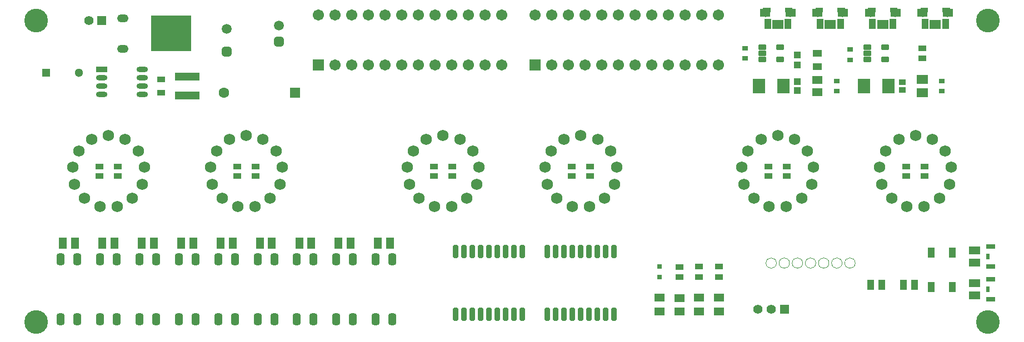
<source format=gts>
G04*
G04 #@! TF.GenerationSoftware,Altium Limited,Altium Designer,25.5.2 (35)*
G04*
G04 Layer_Color=8388736*
%FSLAX44Y44*%
%MOMM*%
G71*
G04*
G04 #@! TF.SameCoordinates,D9E2C172-A1AF-44C0-98D0-4809437D878E*
G04*
G04*
G04 #@! TF.FilePolarity,Negative*
G04*
G01*
G75*
%ADD17R,1.5700X1.2500*%
%ADD18R,1.8000X1.3500*%
%ADD19R,1.0000X1.5000*%
%ADD20R,1.0000X1.5000*%
%ADD21R,1.0000X1.5000*%
%ADD28R,1.2621X0.8581*%
%ADD32R,1.2000X0.9000*%
%ADD33R,1.0000X1.5500*%
%ADD34R,1.2621X0.9546*%
%ADD35R,1.5562X1.2552*%
%ADD39R,1.4000X0.8000*%
%ADD40R,0.6000X0.9000*%
%ADD41R,0.7000X0.7000*%
%ADD42R,0.9000X0.7500*%
%ADD45R,1.2062X0.9562*%
%ADD49R,1.8545X2.2860*%
%ADD50R,1.3500X1.0000*%
%ADD52R,3.7000X1.2000*%
%ADD54C,0.0000*%
G04:AMPARAMS|DCode=55|XSize=1.8032mm|YSize=1.2032mm|CornerRadius=0.3516mm|HoleSize=0mm|Usage=FLASHONLY|Rotation=270.000|XOffset=0mm|YOffset=0mm|HoleType=Round|Shape=RoundedRectangle|*
%AMROUNDEDRECTD55*
21,1,1.8032,0.5000,0,0,270.0*
21,1,1.1000,1.2032,0,0,270.0*
1,1,0.7032,-0.2500,-0.5500*
1,1,0.7032,-0.2500,0.5500*
1,1,0.7032,0.2500,0.5500*
1,1,0.7032,0.2500,-0.5500*
%
%ADD55ROUNDEDRECTD55*%
%ADD56R,1.7032X1.4532*%
G04:AMPARAMS|DCode=57|XSize=0.8032mm|YSize=1.2032mm|CornerRadius=0.1526mm|HoleSize=0mm|Usage=FLASHONLY|Rotation=90.000|XOffset=0mm|YOffset=0mm|HoleType=Round|Shape=RoundedRectangle|*
%AMROUNDEDRECTD57*
21,1,0.8032,0.8980,0,0,90.0*
21,1,0.4980,1.2032,0,0,90.0*
1,1,0.3052,0.4490,0.2490*
1,1,0.3052,0.4490,-0.2490*
1,1,0.3052,-0.4490,-0.2490*
1,1,0.3052,-0.4490,0.2490*
%
%ADD57ROUNDEDRECTD57*%
%ADD58R,1.1032X0.9532*%
%ADD59R,1.6532X1.2532*%
%ADD60O,1.7272X0.8128*%
%ADD61R,1.7272X0.8128*%
%ADD62R,1.0032X1.0032*%
%ADD63R,1.0532X1.0032*%
%ADD64R,1.2532X1.6532*%
%ADD65R,1.0532X1.5032*%
G04:AMPARAMS|DCode=66|XSize=1.9732mm|YSize=0.7932mm|CornerRadius=0.1754mm|HoleSize=0mm|Usage=FLASHONLY|Rotation=270.000|XOffset=0mm|YOffset=0mm|HoleType=Round|Shape=RoundedRectangle|*
%AMROUNDEDRECTD66*
21,1,1.9732,0.4425,0,0,270.0*
21,1,1.6225,0.7932,0,0,270.0*
1,1,0.3507,-0.2213,-0.8113*
1,1,0.3507,-0.2213,0.8113*
1,1,0.3507,0.2213,0.8113*
1,1,0.3507,0.2213,-0.8113*
%
%ADD66ROUNDEDRECTD66*%
%ADD67R,1.5532X1.2032*%
G04:AMPARAMS|DCode=68|XSize=1.2032mm|YSize=1.7282mm|CornerRadius=0.6016mm|HoleSize=0mm|Usage=FLASHONLY|Rotation=90.000|XOffset=0mm|YOffset=0mm|HoleType=Round|Shape=RoundedRectangle|*
%AMROUNDEDRECTD68*
21,1,1.2032,0.5250,0,0,90.0*
21,1,0.0000,1.7282,0,0,90.0*
1,1,1.2032,0.2625,0.0000*
1,1,1.2032,0.2625,0.0000*
1,1,1.2032,-0.2625,0.0000*
1,1,1.2032,-0.2625,0.0000*
%
%ADD68ROUNDEDRECTD68*%
%ADD69R,6.2032X5.5032*%
%ADD70C,1.3900*%
%ADD71R,1.3900X1.3900*%
%ADD72C,1.7272*%
%ADD73C,3.6032*%
%ADD74C,1.3000*%
%ADD75R,1.3000X1.3000*%
%ADD76C,1.7032*%
%ADD77R,1.7032X1.7032*%
G04:AMPARAMS|DCode=78|XSize=1.5032mm|YSize=1.5032mm|CornerRadius=0.4266mm|HoleSize=0mm|Usage=FLASHONLY|Rotation=270.000|XOffset=0mm|YOffset=0mm|HoleType=Round|Shape=RoundedRectangle|*
%AMROUNDEDRECTD78*
21,1,1.5032,0.6500,0,0,270.0*
21,1,0.6500,1.5032,0,0,270.0*
1,1,0.8532,-0.3250,-0.3250*
1,1,0.8532,-0.3250,0.3250*
1,1,0.8532,0.3250,0.3250*
1,1,0.8532,0.3250,-0.3250*
%
%ADD78ROUNDEDRECTD78*%
%ADD79C,1.5032*%
%ADD80R,1.6000X1.6000*%
%ADD81C,1.6000*%
%ADD82C,0.8000*%
G36*
X1189000Y702500D02*
X1185500D01*
X1185500Y699500D01*
X1185500Y698704D01*
X1184891Y697234D01*
X1183766Y696109D01*
X1182296Y695500D01*
X1181500Y695500D01*
X1177500Y695500D01*
Y709000D01*
X1189000D01*
Y702500D01*
D02*
G37*
G36*
X1222500Y695500D02*
X1218500Y695500D01*
X1217704Y695500D01*
X1216234Y696109D01*
X1215109Y697234D01*
X1214500Y698704D01*
X1214500Y699500D01*
Y702500D01*
X1211000D01*
Y709000D01*
X1222500D01*
Y695500D01*
D02*
G37*
G36*
X1269000Y702500D02*
X1265500D01*
X1265500Y699500D01*
X1265500Y698704D01*
X1264891Y697234D01*
X1263766Y696109D01*
X1262296Y695500D01*
X1261500Y695500D01*
X1257500Y695500D01*
Y709000D01*
X1269000D01*
Y702500D01*
D02*
G37*
G36*
X1302500Y695500D02*
X1298500Y695500D01*
X1297704Y695500D01*
X1296234Y696109D01*
X1295109Y697234D01*
X1294500Y698704D01*
X1294500Y699500D01*
Y702500D01*
X1291000D01*
Y709000D01*
X1302500D01*
Y695500D01*
D02*
G37*
G36*
X1349000Y702500D02*
X1345500D01*
X1345500Y699500D01*
X1345500Y698704D01*
X1344891Y697234D01*
X1343766Y696109D01*
X1342296Y695500D01*
X1341500Y695500D01*
X1337500Y695500D01*
Y709000D01*
X1349000D01*
Y702500D01*
D02*
G37*
G36*
X1382500Y695500D02*
X1378500Y695500D01*
X1377704Y695500D01*
X1376234Y696109D01*
X1375109Y697234D01*
X1374500Y698704D01*
X1374500Y699500D01*
Y702500D01*
X1371000D01*
Y709000D01*
X1382500D01*
Y695500D01*
D02*
G37*
G36*
X1429000Y702500D02*
X1425500D01*
X1425500Y699500D01*
X1425500Y698704D01*
X1424891Y697234D01*
X1423766Y696109D01*
X1422296Y695500D01*
X1421500Y695500D01*
X1417500Y695500D01*
Y709000D01*
X1429000D01*
Y702500D01*
D02*
G37*
G36*
X1462500Y695500D02*
X1458500Y695500D01*
X1457704Y695500D01*
X1456234Y696109D01*
X1455109Y697234D01*
X1454500Y698704D01*
X1454500Y699500D01*
Y702500D01*
X1451000D01*
Y709000D01*
X1462500D01*
Y695500D01*
D02*
G37*
%LPC*%
G36*
X1181500Y695500D02*
X1181500D01*
D01*
X1181500D01*
D02*
G37*
G36*
X1261500D02*
X1261500D01*
D01*
X1261500D01*
D02*
G37*
G36*
X1341500D02*
X1341500D01*
D01*
X1341500D01*
D02*
G37*
G36*
X1421500D02*
X1421500D01*
D01*
X1421500D01*
D02*
G37*
%LPD*%
G36*
X1349000Y702500D02*
X1345500D01*
X1345500Y699500D01*
X1345500Y698704D01*
X1344891Y697234D01*
X1343766Y696109D01*
X1342296Y695500D01*
X1341500D01*
X1337500D01*
Y709000D01*
X1349000D01*
Y702500D01*
D02*
G37*
%LPC*%
G36*
X1341500Y695500D02*
X1341500D01*
Y695500D01*
X1341500Y695500D01*
D02*
G37*
%LPD*%
G36*
X1382500Y695500D02*
X1378500Y695500D01*
X1377704Y695500D01*
X1376234Y696109D01*
X1375109Y697234D01*
X1374500Y698704D01*
X1374500Y699500D01*
Y702500D01*
X1371000D01*
Y709000D01*
X1382500D01*
Y695500D01*
D02*
G37*
G36*
X1302500D02*
X1298500Y695500D01*
X1297704Y695500D01*
X1296234Y696109D01*
X1295109Y697234D01*
X1294500Y698704D01*
X1294500Y699500D01*
Y702500D01*
X1291000D01*
Y709000D01*
X1302500D01*
Y695500D01*
D02*
G37*
G36*
X1269000Y702500D02*
X1265500D01*
X1265500Y699500D01*
X1265500Y698704D01*
X1264891Y697234D01*
X1263766Y696109D01*
X1262296Y695500D01*
X1261500D01*
X1257500D01*
Y709000D01*
X1269000D01*
Y702500D01*
D02*
G37*
%LPC*%
G36*
X1261500Y695500D02*
X1261500D01*
Y695500D01*
X1261500Y695500D01*
D02*
G37*
%LPD*%
G36*
X1189000Y702500D02*
X1185500D01*
X1185500Y699500D01*
X1185500Y698704D01*
X1184891Y697234D01*
X1183766Y696109D01*
X1182296Y695500D01*
X1181500D01*
X1177500D01*
Y709000D01*
X1189000D01*
Y702500D01*
D02*
G37*
%LPC*%
G36*
X1181500Y695500D02*
X1181500D01*
Y695500D01*
X1181500Y695500D01*
D02*
G37*
%LPD*%
G36*
X1222500Y695500D02*
X1218500Y695500D01*
X1217704Y695500D01*
X1216234Y696109D01*
X1215109Y697234D01*
X1214500Y698704D01*
X1214500Y699500D01*
Y702500D01*
X1211000D01*
Y709000D01*
X1222500D01*
Y695500D01*
D02*
G37*
G36*
X1462500D02*
X1458500Y695500D01*
X1457704Y695500D01*
X1456234Y696109D01*
X1455109Y697234D01*
X1454500Y698704D01*
X1454500Y699500D01*
Y702500D01*
X1451000D01*
Y709000D01*
X1462500D01*
Y695500D01*
D02*
G37*
G36*
X1429000Y702500D02*
X1425500D01*
X1425500Y699500D01*
X1425500Y698704D01*
X1424891Y697234D01*
X1423766Y696109D01*
X1422296Y695500D01*
X1421500D01*
X1417500D01*
Y709000D01*
X1429000D01*
Y702500D01*
D02*
G37*
%LPC*%
G36*
X1421500Y695500D02*
X1421500D01*
Y695500D01*
X1421500Y695500D01*
D02*
G37*
%LPD*%
D17*
X1379347Y701252D02*
D03*
X1340652Y701251D02*
D03*
X1299346Y701252D02*
D03*
X1260652Y701251D02*
D03*
X1180651Y701249D02*
D03*
X1219348Y701248D02*
D03*
X1459346Y701251D02*
D03*
X1420650Y701250D02*
D03*
D18*
X1359998Y683750D02*
D03*
X1279998Y683750D02*
D03*
X1199998Y683750D02*
D03*
X1439999Y683750D02*
D03*
D19*
X1344500Y684500D02*
D03*
X1215499Y684501D02*
D03*
X1424500Y684500D02*
D03*
D20*
X1375498Y684502D02*
D03*
X1295497Y684503D02*
D03*
X1184501Y684500D02*
D03*
X1455499Y684501D02*
D03*
D21*
X1264500Y684500D02*
D03*
D28*
X1420013Y632121D02*
D03*
Y647661D02*
D03*
D32*
X914013Y452640D02*
D03*
X704013D02*
D03*
X404013D02*
D03*
X194013D02*
D03*
X1214013D02*
D03*
X1424013D02*
D03*
X1396013D02*
D03*
Y467141D02*
D03*
X1424013D02*
D03*
X1186013Y452640D02*
D03*
Y467141D02*
D03*
X1214013D02*
D03*
X166013Y452640D02*
D03*
Y467141D02*
D03*
X194013D02*
D03*
X376013Y452640D02*
D03*
Y467141D02*
D03*
X404013D02*
D03*
X676013Y452640D02*
D03*
Y467141D02*
D03*
X704013D02*
D03*
X886013Y452640D02*
D03*
Y467141D02*
D03*
X914013D02*
D03*
D33*
X1466013Y336141D02*
D03*
Y283640D02*
D03*
X1434013D02*
D03*
Y336141D02*
D03*
D34*
X1110013Y298959D02*
D03*
Y314474D02*
D03*
X1080013Y298959D02*
D03*
Y314474D02*
D03*
X1050013Y298704D02*
D03*
Y314219D02*
D03*
D35*
X1080013Y266971D02*
D03*
Y246462D02*
D03*
X1110013Y266971D02*
D03*
Y246462D02*
D03*
X1050013Y266716D02*
D03*
Y246207D02*
D03*
X1020013Y246462D02*
D03*
Y266971D02*
D03*
D39*
X1524013Y264891D02*
D03*
Y294890D02*
D03*
Y314891D02*
D03*
Y344891D02*
D03*
D40*
X1520013Y279891D02*
D03*
Y329891D02*
D03*
D41*
X1020013Y314716D02*
D03*
Y298717D02*
D03*
D42*
X1150013Y632141D02*
D03*
Y647641D02*
D03*
X1310013Y629891D02*
D03*
Y645391D02*
D03*
X1450013Y582141D02*
D03*
Y597641D02*
D03*
X1290013Y582141D02*
D03*
Y597641D02*
D03*
D45*
X260013Y579641D02*
D03*
Y600141D02*
D03*
D49*
X1171090Y589891D02*
D03*
X1208935D02*
D03*
X1368935D02*
D03*
X1331090D02*
D03*
D50*
X1260013Y619891D02*
D03*
Y639891D02*
D03*
D52*
X300013Y603891D02*
D03*
Y575891D02*
D03*
D54*
X1197973Y319890D02*
G03*
X1197973Y319890I-7960J0D01*
G01*
X1217973D02*
G03*
X1217973Y319890I-7960J0D01*
G01*
X1237973D02*
G03*
X1237973Y319890I-7960J0D01*
G01*
X1257973D02*
G03*
X1257973Y319890I-7960J0D01*
G01*
X1277973D02*
G03*
X1277973Y319890I-7960J0D01*
G01*
X1297973D02*
G03*
X1297973Y319890I-7960J0D01*
G01*
X1317973D02*
G03*
X1317973Y319890I-7960J0D01*
G01*
D55*
X107313Y234141D02*
D03*
Y325640D02*
D03*
X132713D02*
D03*
Y234141D02*
D03*
X372713D02*
D03*
Y325640D02*
D03*
X347313D02*
D03*
Y234141D02*
D03*
X432713D02*
D03*
Y325640D02*
D03*
X407313D02*
D03*
Y234141D02*
D03*
X612713D02*
D03*
Y325640D02*
D03*
X587313D02*
D03*
Y234141D02*
D03*
X552713D02*
D03*
Y325640D02*
D03*
X527313D02*
D03*
Y234141D02*
D03*
X492713D02*
D03*
Y325640D02*
D03*
X467313D02*
D03*
Y234141D02*
D03*
X252713D02*
D03*
Y325640D02*
D03*
X227313D02*
D03*
Y234141D02*
D03*
X312713D02*
D03*
Y325640D02*
D03*
X287313D02*
D03*
Y234141D02*
D03*
X192713D02*
D03*
Y325640D02*
D03*
X167313D02*
D03*
Y234141D02*
D03*
D56*
X1420013Y600391D02*
D03*
Y579391D02*
D03*
D57*
X1363763Y630391D02*
D03*
X1203763D02*
D03*
Y649390D02*
D03*
X1176263D02*
D03*
Y630391D02*
D03*
Y639891D02*
D03*
X1363763Y649390D02*
D03*
X1336263D02*
D03*
Y630391D02*
D03*
Y639891D02*
D03*
D58*
X1390013Y596141D02*
D03*
Y583641D02*
D03*
D59*
X1500013Y320641D02*
D03*
Y339141D02*
D03*
Y270641D02*
D03*
Y289140D02*
D03*
D60*
X231513Y577391D02*
D03*
Y615391D02*
D03*
X170013Y589891D02*
D03*
Y602891D02*
D03*
X231513D02*
D03*
Y589891D02*
D03*
X170013Y577391D02*
D03*
D61*
Y615391D02*
D03*
D62*
X1230013Y622391D02*
D03*
Y637391D02*
D03*
D63*
Y596391D02*
D03*
Y583391D02*
D03*
D64*
X290763Y349891D02*
D03*
X309263D02*
D03*
X350763D02*
D03*
X369263D02*
D03*
X429263D02*
D03*
X410763D02*
D03*
X609263D02*
D03*
X590763D02*
D03*
X530763D02*
D03*
X549263D02*
D03*
X489263D02*
D03*
X470763D02*
D03*
X110763D02*
D03*
X129263D02*
D03*
X230763D02*
D03*
X249263D02*
D03*
X189263D02*
D03*
X170763D02*
D03*
D65*
X1391513Y286716D02*
D03*
X1408513D02*
D03*
X1358513D02*
D03*
X1341513D02*
D03*
D66*
X810813Y337640D02*
D03*
X798113D02*
D03*
X785413D02*
D03*
X772713D02*
D03*
X760013D02*
D03*
X747313D02*
D03*
X734613D02*
D03*
X721913D02*
D03*
Y242141D02*
D03*
X734613D02*
D03*
X747313D02*
D03*
X760013D02*
D03*
X772713D02*
D03*
X785413D02*
D03*
X798113D02*
D03*
X810813D02*
D03*
X709213Y337640D02*
D03*
Y242141D02*
D03*
X950813D02*
D03*
X938113D02*
D03*
X925413D02*
D03*
X912713D02*
D03*
X900013D02*
D03*
X887313D02*
D03*
X874613D02*
D03*
X861913D02*
D03*
Y337640D02*
D03*
X874613D02*
D03*
X887313D02*
D03*
X900013D02*
D03*
X912713D02*
D03*
X925413D02*
D03*
X938113D02*
D03*
X950813D02*
D03*
X849213D02*
D03*
Y242141D02*
D03*
D67*
X1260013Y598891D02*
D03*
Y580891D02*
D03*
D68*
X202013Y646891D02*
D03*
Y692890D02*
D03*
D69*
X275513Y669891D02*
D03*
D70*
X150000Y690000D02*
D03*
X1170013Y249891D02*
D03*
X1190013D02*
D03*
D71*
X170000Y690000D02*
D03*
X1210013Y249891D02*
D03*
D72*
X193183Y406491D02*
D03*
X125413Y466521D02*
D03*
X234613D02*
D03*
X166853Y406491D02*
D03*
X216383Y418630D02*
D03*
X143543Y418721D02*
D03*
X225273Y491141D02*
D03*
X231443Y440391D02*
D03*
X128593D02*
D03*
X180013Y514891D02*
D03*
X154453Y508591D02*
D03*
X205573D02*
D03*
X134753Y491141D02*
D03*
X1423183Y406491D02*
D03*
X1355413Y466521D02*
D03*
X1464613D02*
D03*
X1396853Y406491D02*
D03*
X1446383Y418631D02*
D03*
X1373543Y418721D02*
D03*
X1455273Y491141D02*
D03*
X1461443Y440391D02*
D03*
X1358593D02*
D03*
X1410013Y514891D02*
D03*
X1435573Y508591D02*
D03*
X1384453D02*
D03*
X1364753Y491141D02*
D03*
X1213183Y406491D02*
D03*
X1145413Y466521D02*
D03*
X1254613D02*
D03*
X1186853Y406491D02*
D03*
X1236383Y418630D02*
D03*
X1163543Y418721D02*
D03*
X1245273Y491141D02*
D03*
X1251443Y440391D02*
D03*
X1148593D02*
D03*
X1200013Y514891D02*
D03*
X1174453Y508591D02*
D03*
X1225573D02*
D03*
X1154753Y491141D02*
D03*
X913183Y406491D02*
D03*
X845413Y466521D02*
D03*
X954613D02*
D03*
X886853Y406491D02*
D03*
X936383Y418631D02*
D03*
X863543Y418721D02*
D03*
X945273Y491141D02*
D03*
X951443Y440391D02*
D03*
X848593D02*
D03*
X900013Y514891D02*
D03*
X874453Y508591D02*
D03*
X925573D02*
D03*
X854753Y491141D02*
D03*
X390013Y514891D02*
D03*
X364453Y508591D02*
D03*
X426383Y418630D02*
D03*
X403183Y406491D02*
D03*
X441443Y440391D02*
D03*
X435273Y491141D02*
D03*
X415573Y508591D02*
D03*
X338593Y440391D02*
D03*
X353543Y418721D02*
D03*
X444613Y466521D02*
D03*
X376853Y406491D02*
D03*
X335413Y466521D02*
D03*
X344753Y491141D02*
D03*
X703183Y406491D02*
D03*
X635413Y466521D02*
D03*
X744613D02*
D03*
X676853Y406491D02*
D03*
X726383Y418630D02*
D03*
X653543Y418721D02*
D03*
X735273Y491141D02*
D03*
X741443Y440391D02*
D03*
X690013Y514891D02*
D03*
X638593Y440391D02*
D03*
X664453Y508591D02*
D03*
X715573D02*
D03*
X644753Y491141D02*
D03*
D73*
X70000Y690000D02*
D03*
X1520000D02*
D03*
Y230000D02*
D03*
X70000D02*
D03*
D74*
X135013Y609891D02*
D03*
D75*
X85013D02*
D03*
D76*
X1109713Y697991D02*
D03*
X1084313D02*
D03*
X1058913D02*
D03*
X1033513D02*
D03*
X1008113D02*
D03*
X982713D02*
D03*
X957313D02*
D03*
X931913D02*
D03*
X1084313Y621791D02*
D03*
X1058913D02*
D03*
X1033513D02*
D03*
X1008113D02*
D03*
X982713D02*
D03*
X957313D02*
D03*
X931913D02*
D03*
X906513D02*
D03*
X881113D02*
D03*
X855713D02*
D03*
X881113Y697991D02*
D03*
X906513D02*
D03*
X855713D02*
D03*
X830313D02*
D03*
X1109713Y621791D02*
D03*
X525713Y697991D02*
D03*
X551113Y621791D02*
D03*
X576513Y697991D02*
D03*
X500313D02*
D03*
X576513Y621791D02*
D03*
X601913D02*
D03*
X627313D02*
D03*
X652713D02*
D03*
X678113D02*
D03*
X703513D02*
D03*
X728913D02*
D03*
X754313D02*
D03*
X601913Y697991D02*
D03*
X627313D02*
D03*
X652713D02*
D03*
X678113D02*
D03*
X703513D02*
D03*
X728913D02*
D03*
X754313D02*
D03*
X779713D02*
D03*
X551113D02*
D03*
X779713Y621791D02*
D03*
X525713D02*
D03*
D77*
X830313D02*
D03*
X500313D02*
D03*
D78*
X360013Y642391D02*
D03*
X440013Y657391D02*
D03*
D79*
X360013Y677391D02*
D03*
X440013Y682391D02*
D03*
D80*
X464393Y579891D02*
D03*
D81*
X355633D02*
D03*
D82*
X1378500Y699500D02*
D03*
X1341500D02*
D03*
X1298500D02*
D03*
X1261500D02*
D03*
X1218500D02*
D03*
X1181500D02*
D03*
X1458500D02*
D03*
X1421500D02*
D03*
M02*

</source>
